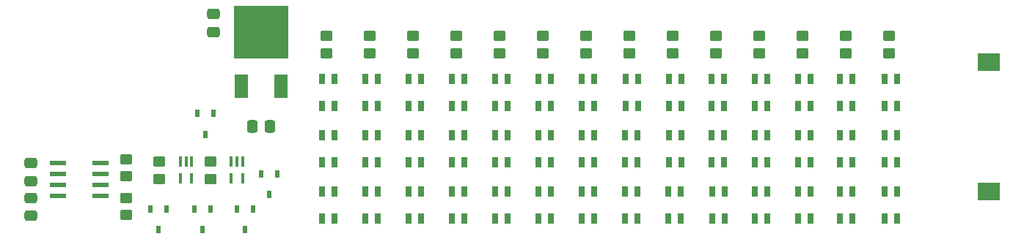
<source format=gbr>
%TF.GenerationSoftware,KiCad,Pcbnew,8.0.8+dfsg-1*%
%TF.CreationDate,2025-04-05T15:10:42-07:00*%
%TF.ProjectId,TSSI,54535349-2e6b-4696-9361-645f70636258,rev?*%
%TF.SameCoordinates,Original*%
%TF.FileFunction,Paste,Top*%
%TF.FilePolarity,Positive*%
%FSLAX46Y46*%
G04 Gerber Fmt 4.6, Leading zero omitted, Abs format (unit mm)*
G04 Created by KiCad (PCBNEW 8.0.8+dfsg-1) date 2025-04-05 15:10:42*
%MOMM*%
%LPD*%
G01*
G04 APERTURE LIST*
G04 Aperture macros list*
%AMRoundRect*
0 Rectangle with rounded corners*
0 $1 Rounding radius*
0 $2 $3 $4 $5 $6 $7 $8 $9 X,Y pos of 4 corners*
0 Add a 4 corners polygon primitive as box body*
4,1,4,$2,$3,$4,$5,$6,$7,$8,$9,$2,$3,0*
0 Add four circle primitives for the rounded corners*
1,1,$1+$1,$2,$3*
1,1,$1+$1,$4,$5*
1,1,$1+$1,$6,$7*
1,1,$1+$1,$8,$9*
0 Add four rect primitives between the rounded corners*
20,1,$1+$1,$2,$3,$4,$5,0*
20,1,$1+$1,$4,$5,$6,$7,0*
20,1,$1+$1,$6,$7,$8,$9,0*
20,1,$1+$1,$8,$9,$2,$3,0*%
G04 Aperture macros list end*
%ADD10R,2.500000X2.000000*%
%ADD11R,1.981200X0.558800*%
%ADD12RoundRect,0.050000X-0.150000X0.545000X-0.150000X-0.545000X0.150000X-0.545000X0.150000X0.545000X0*%
%ADD13R,1.500000X2.800000*%
%ADD14R,6.300000X6.100000*%
%ADD15R,0.558800X0.863600*%
%ADD16R,0.750000X1.150000*%
%ADD17RoundRect,0.250000X-0.450000X0.350000X-0.450000X-0.350000X0.450000X-0.350000X0.450000X0.350000X0*%
%ADD18RoundRect,0.250000X-0.475000X0.337500X-0.475000X-0.337500X0.475000X-0.337500X0.475000X0.337500X0*%
%ADD19RoundRect,0.250000X0.450000X-0.350000X0.450000X0.350000X-0.450000X0.350000X-0.450000X-0.350000X0*%
%ADD20RoundRect,0.250000X0.337500X0.475000X-0.337500X0.475000X-0.337500X-0.475000X0.337500X-0.475000X0*%
G04 APERTURE END LIST*
D10*
%TO.C,L1*%
X202750000Y-99750000D03*
X202750000Y-114750000D03*
%TD*%
D11*
%TO.C,U3*%
X100250000Y-111480000D03*
X100250000Y-112750000D03*
X100250000Y-114020000D03*
X100250000Y-115290000D03*
X95322400Y-115290000D03*
X95322400Y-114020000D03*
X95322400Y-112750000D03*
X95322400Y-111480000D03*
%TD*%
D12*
%TO.C,U2*%
X110750000Y-111340000D03*
X110100000Y-111340000D03*
X109450000Y-111340000D03*
X109450000Y-113260000D03*
X110750000Y-113260000D03*
%TD*%
%TO.C,U4*%
X116600000Y-111300000D03*
X115950000Y-111300000D03*
X115300000Y-111300000D03*
X115300000Y-113220000D03*
X116600000Y-113220000D03*
%TD*%
D13*
%TO.C,U5*%
X116464000Y-102550000D03*
D14*
X118750000Y-96300000D03*
D13*
X121036000Y-102550000D03*
%TD*%
D15*
%TO.C,CR3*%
X106900001Y-119187600D03*
X105950000Y-116800000D03*
X107850002Y-116800000D03*
%TD*%
%TO.C,CR2*%
X119700001Y-115137600D03*
X118750000Y-112750000D03*
X120650002Y-112750000D03*
%TD*%
%TO.C,CR5*%
X112299999Y-108137600D03*
X111349998Y-105750000D03*
X113250000Y-105750000D03*
%TD*%
%TO.C,CR4*%
X116900001Y-119187600D03*
X115950000Y-116800000D03*
X117850002Y-116800000D03*
%TD*%
D16*
%TO.C,D4*%
X132200000Y-101750000D03*
X130750000Y-101750000D03*
X130750000Y-104900000D03*
X132200000Y-104900000D03*
%TD*%
D17*
%TO.C,R10*%
X151250000Y-96750000D03*
X151250000Y-98750000D03*
%TD*%
D16*
%TO.C,D20*%
X157200000Y-108250000D03*
X155750000Y-108250000D03*
X155750000Y-111400000D03*
X157200000Y-111400000D03*
%TD*%
D18*
%TO.C,C2*%
X92150000Y-115520000D03*
X92150000Y-117595000D03*
%TD*%
D16*
%TO.C,D21*%
X157200000Y-114750000D03*
X155750000Y-114750000D03*
X155750000Y-117900000D03*
X157200000Y-117900000D03*
%TD*%
%TO.C,D30*%
X172250000Y-114750000D03*
X170800000Y-114750000D03*
X170800000Y-117900000D03*
X172250000Y-117900000D03*
%TD*%
%TO.C,D25*%
X167250000Y-101750000D03*
X165800000Y-101750000D03*
X165800000Y-104900000D03*
X167250000Y-104900000D03*
%TD*%
%TO.C,D16*%
X152200000Y-101750000D03*
X150750000Y-101750000D03*
X150750000Y-104900000D03*
X152200000Y-104900000D03*
%TD*%
%TO.C,D14*%
X147200000Y-108250000D03*
X145750000Y-108250000D03*
X145750000Y-111400000D03*
X147200000Y-111400000D03*
%TD*%
%TO.C,D5*%
X132200000Y-108250000D03*
X130750000Y-108250000D03*
X130750000Y-111400000D03*
X132200000Y-111400000D03*
%TD*%
%TO.C,D37*%
X187030755Y-101750000D03*
X185580755Y-101750000D03*
X185580755Y-104900000D03*
X187030755Y-104900000D03*
%TD*%
D18*
%TO.C,C1*%
X92150000Y-111492500D03*
X92150000Y-113567500D03*
%TD*%
D16*
%TO.C,D12*%
X142200000Y-114750000D03*
X140750000Y-114750000D03*
X140750000Y-117900000D03*
X142200000Y-117900000D03*
%TD*%
D17*
%TO.C,R16*%
X181250000Y-96750000D03*
X181250000Y-98750000D03*
%TD*%
D16*
%TO.C,D26*%
X167250000Y-108250000D03*
X165800000Y-108250000D03*
X165800000Y-111400000D03*
X167250000Y-111400000D03*
%TD*%
D19*
%TO.C,R2*%
X106950000Y-113300000D03*
X106950000Y-111300000D03*
%TD*%
D16*
%TO.C,D6*%
X132200000Y-114750000D03*
X130750000Y-114750000D03*
X130750000Y-117900000D03*
X132200000Y-117900000D03*
%TD*%
D17*
%TO.C,R12*%
X161250000Y-96750000D03*
X161250000Y-98750000D03*
%TD*%
%TO.C,R7*%
X136250000Y-96750000D03*
X136250000Y-98750000D03*
%TD*%
D20*
%TO.C,C3*%
X119787500Y-107250000D03*
X117712500Y-107250000D03*
%TD*%
D16*
%TO.C,D19*%
X157200000Y-101750000D03*
X155750000Y-101750000D03*
X155750000Y-104900000D03*
X157200000Y-104900000D03*
%TD*%
%TO.C,D2*%
X127200000Y-108250000D03*
X125750000Y-108250000D03*
X125750000Y-111400000D03*
X127200000Y-111400000D03*
%TD*%
%TO.C,D1*%
X127200000Y-101750000D03*
X125750000Y-101750000D03*
X125750000Y-104900000D03*
X127200000Y-104900000D03*
%TD*%
D17*
%TO.C,R15*%
X176250000Y-96750000D03*
X176250000Y-98750000D03*
%TD*%
%TO.C,R9*%
X146250000Y-96750000D03*
X146250000Y-98750000D03*
%TD*%
D16*
%TO.C,D33*%
X177200000Y-114750000D03*
X175750000Y-114750000D03*
X175750000Y-117900000D03*
X177200000Y-117900000D03*
%TD*%
%TO.C,D38*%
X187030755Y-108250000D03*
X185580755Y-108250000D03*
X185580755Y-111400000D03*
X187030755Y-111400000D03*
%TD*%
D18*
%TO.C,C4*%
X113250000Y-94212500D03*
X113250000Y-96287500D03*
%TD*%
D16*
%TO.C,D32*%
X177200000Y-108250000D03*
X175750000Y-108250000D03*
X175750000Y-111400000D03*
X177200000Y-111400000D03*
%TD*%
%TO.C,D31*%
X177200000Y-101750000D03*
X175750000Y-101750000D03*
X175750000Y-104900000D03*
X177200000Y-104900000D03*
%TD*%
%TO.C,D40*%
X192150000Y-101750000D03*
X190700000Y-101750000D03*
X190700000Y-104900000D03*
X192150000Y-104900000D03*
%TD*%
D17*
%TO.C,R11*%
X156250000Y-96750000D03*
X156250000Y-98750000D03*
%TD*%
D16*
%TO.C,D8*%
X137200000Y-108250000D03*
X135750000Y-108250000D03*
X135750000Y-111400000D03*
X137200000Y-111400000D03*
%TD*%
%TO.C,D23*%
X162200000Y-108250000D03*
X160750000Y-108250000D03*
X160750000Y-111400000D03*
X162200000Y-111400000D03*
%TD*%
%TO.C,D28*%
X172200000Y-101750000D03*
X170750000Y-101750000D03*
X170750000Y-104900000D03*
X172200000Y-104900000D03*
%TD*%
D17*
%TO.C,R13*%
X166250000Y-96750000D03*
X166250000Y-98750000D03*
%TD*%
D16*
%TO.C,D10*%
X142200000Y-101750000D03*
X140750000Y-101750000D03*
X140750000Y-104900000D03*
X142200000Y-104900000D03*
%TD*%
%TO.C,D3*%
X127200000Y-114750000D03*
X125750000Y-114750000D03*
X125750000Y-117900000D03*
X127200000Y-117900000D03*
%TD*%
D17*
%TO.C,R18*%
X191200000Y-96750000D03*
X191200000Y-98750000D03*
%TD*%
D16*
%TO.C,D42*%
X192150000Y-114750000D03*
X190700000Y-114750000D03*
X190700000Y-117900000D03*
X192150000Y-117900000D03*
%TD*%
D17*
%TO.C,R14*%
X171250000Y-96750000D03*
X171250000Y-98750000D03*
%TD*%
%TO.C,R4*%
X103150000Y-115520000D03*
X103150000Y-117520000D03*
%TD*%
D16*
%TO.C,D29*%
X172200000Y-108250000D03*
X170750000Y-108250000D03*
X170750000Y-111400000D03*
X172200000Y-111400000D03*
%TD*%
D17*
%TO.C,R6*%
X131250000Y-96750000D03*
X131250000Y-98750000D03*
%TD*%
%TO.C,R5*%
X126250000Y-96750000D03*
X126250000Y-98750000D03*
%TD*%
D16*
%TO.C,D35*%
X182200000Y-108250000D03*
X180750000Y-108250000D03*
X180750000Y-111400000D03*
X182200000Y-111400000D03*
%TD*%
%TO.C,D27*%
X167200000Y-114750000D03*
X165750000Y-114750000D03*
X165750000Y-117900000D03*
X167200000Y-117900000D03*
%TD*%
%TO.C,D13*%
X147200000Y-101750000D03*
X145750000Y-101750000D03*
X145750000Y-104900000D03*
X147200000Y-104900000D03*
%TD*%
%TO.C,D11*%
X142200000Y-108250000D03*
X140750000Y-108250000D03*
X140750000Y-111400000D03*
X142200000Y-111400000D03*
%TD*%
D19*
%TO.C,R1*%
X112950000Y-113300000D03*
X112950000Y-111300000D03*
%TD*%
D16*
%TO.C,D36*%
X182200000Y-114750000D03*
X180750000Y-114750000D03*
X180750000Y-117900000D03*
X182200000Y-117900000D03*
%TD*%
%TO.C,D24*%
X162200000Y-114750000D03*
X160750000Y-114750000D03*
X160750000Y-117900000D03*
X162200000Y-117900000D03*
%TD*%
%TO.C,D22*%
X162250000Y-101750000D03*
X160800000Y-101750000D03*
X160800000Y-104900000D03*
X162250000Y-104900000D03*
%TD*%
D17*
%TO.C,R3*%
X103150000Y-111020000D03*
X103150000Y-113020000D03*
%TD*%
D16*
%TO.C,D39*%
X187030755Y-114750000D03*
X185580755Y-114750000D03*
X185580755Y-117900000D03*
X187030755Y-117900000D03*
%TD*%
%TO.C,D9*%
X137200000Y-114750000D03*
X135750000Y-114750000D03*
X135750000Y-117900000D03*
X137200000Y-117900000D03*
%TD*%
%TO.C,D41*%
X192150000Y-108250000D03*
X190700000Y-108250000D03*
X190700000Y-111400000D03*
X192150000Y-111400000D03*
%TD*%
%TO.C,D18*%
X152200000Y-114750000D03*
X150750000Y-114750000D03*
X150750000Y-117900000D03*
X152200000Y-117900000D03*
%TD*%
%TO.C,D15*%
X147200000Y-114750000D03*
X145750000Y-114750000D03*
X145750000Y-117900000D03*
X147200000Y-117900000D03*
%TD*%
D17*
%TO.C,R17*%
X186251174Y-96750000D03*
X186251174Y-98750000D03*
%TD*%
D16*
%TO.C,D7*%
X137200000Y-101750000D03*
X135750000Y-101750000D03*
X135750000Y-104900000D03*
X137200000Y-104900000D03*
%TD*%
D17*
%TO.C,R8*%
X141250000Y-96750000D03*
X141250000Y-98750000D03*
%TD*%
D16*
%TO.C,D34*%
X182200000Y-101750000D03*
X180750000Y-101750000D03*
X180750000Y-104900000D03*
X182200000Y-104900000D03*
%TD*%
%TO.C,D17*%
X152200000Y-108250000D03*
X150750000Y-108250000D03*
X150750000Y-111400000D03*
X152200000Y-111400000D03*
%TD*%
D15*
%TO.C,CR1*%
X112950000Y-116800000D03*
X111049998Y-116800000D03*
X111999999Y-119187600D03*
%TD*%
M02*

</source>
